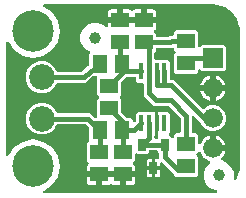
<source format=gbr>
G04 EAGLE Gerber RS-274X export*
G75*
%MOMM*%
%FSLAX34Y34*%
%LPD*%
%INTop Copper*%
%IPPOS*%
%AMOC8*
5,1,8,0,0,1.08239X$1,22.5*%
G01*
%ADD10R,0.400000X1.400000*%
%ADD11R,1.500000X1.300000*%
%ADD12R,1.300000X1.500000*%
%ADD13C,2.184400*%
%ADD14C,1.000000*%
%ADD15R,1.676400X1.676400*%
%ADD16C,1.676400*%
%ADD17R,0.635000X1.016000*%
%ADD18C,3.516000*%
%ADD19C,0.906400*%
%ADD20C,0.406400*%

G36*
X177822Y2543D02*
X177822Y2543D01*
X177900Y2545D01*
X180185Y2724D01*
X180204Y2729D01*
X180224Y2728D01*
X180360Y2761D01*
X180496Y2789D01*
X180514Y2798D01*
X180533Y2802D01*
X180657Y2868D01*
X180782Y2929D01*
X180797Y2942D01*
X180815Y2951D01*
X180918Y3045D01*
X181024Y3135D01*
X181035Y3152D01*
X181050Y3165D01*
X181126Y3281D01*
X181207Y3395D01*
X181214Y3414D01*
X181225Y3431D01*
X181270Y3562D01*
X181319Y3693D01*
X181321Y3713D01*
X181328Y3732D01*
X181339Y3871D01*
X181354Y4009D01*
X181352Y4029D01*
X181353Y4049D01*
X181329Y4187D01*
X181310Y4324D01*
X181302Y4342D01*
X181299Y4362D01*
X181241Y4489D01*
X181188Y4618D01*
X181176Y4634D01*
X181168Y4652D01*
X181081Y4761D01*
X180998Y4872D01*
X180982Y4885D01*
X180970Y4900D01*
X180858Y4984D01*
X180750Y5071D01*
X180731Y5080D01*
X180715Y5092D01*
X180571Y5162D01*
X175776Y7148D01*
X172248Y10676D01*
X170339Y15285D01*
X170339Y20275D01*
X172248Y24884D01*
X175369Y28005D01*
X175430Y28083D01*
X175498Y28155D01*
X175527Y28208D01*
X175564Y28256D01*
X175604Y28347D01*
X175652Y28434D01*
X175667Y28492D01*
X175691Y28548D01*
X175706Y28646D01*
X175731Y28742D01*
X175731Y28802D01*
X175740Y28862D01*
X175731Y28961D01*
X175731Y29060D01*
X175716Y29118D01*
X175711Y29178D01*
X175677Y29272D01*
X175652Y29368D01*
X175623Y29421D01*
X175603Y29478D01*
X175547Y29560D01*
X175499Y29647D01*
X175458Y29691D01*
X175424Y29741D01*
X175350Y29807D01*
X175282Y29879D01*
X175231Y29911D01*
X175186Y29951D01*
X175097Y29996D01*
X175014Y30050D01*
X174921Y30086D01*
X174903Y30096D01*
X174891Y30099D01*
X174864Y30109D01*
X173607Y30517D01*
X172075Y31298D01*
X170684Y32309D01*
X169469Y33524D01*
X168458Y34915D01*
X167678Y36447D01*
X167568Y36785D01*
X167525Y36875D01*
X167492Y36968D01*
X167458Y37018D01*
X167432Y37072D01*
X167369Y37149D01*
X167313Y37231D01*
X167268Y37271D01*
X167230Y37318D01*
X167149Y37376D01*
X167075Y37442D01*
X167021Y37469D01*
X166973Y37505D01*
X166880Y37541D01*
X166792Y37586D01*
X166733Y37600D01*
X166677Y37622D01*
X166578Y37634D01*
X166481Y37656D01*
X166421Y37654D01*
X166361Y37662D01*
X166263Y37649D01*
X166163Y37646D01*
X166106Y37630D01*
X166046Y37622D01*
X165953Y37586D01*
X165858Y37558D01*
X165806Y37527D01*
X165750Y37505D01*
X165670Y37447D01*
X165584Y37396D01*
X165509Y37330D01*
X165493Y37319D01*
X165485Y37309D01*
X165463Y37290D01*
X164191Y36018D01*
X164118Y35923D01*
X164039Y35834D01*
X164021Y35798D01*
X163996Y35766D01*
X163948Y35657D01*
X163894Y35551D01*
X163885Y35512D01*
X163869Y35474D01*
X163851Y35357D01*
X163825Y35241D01*
X163826Y35200D01*
X163820Y35160D01*
X163831Y35042D01*
X163834Y34923D01*
X163846Y34884D01*
X163849Y34844D01*
X163890Y34731D01*
X163923Y34617D01*
X163943Y34583D01*
X163957Y34544D01*
X164024Y34446D01*
X164084Y34343D01*
X164124Y34298D01*
X164136Y34281D01*
X164151Y34268D01*
X164191Y34223D01*
X165241Y33172D01*
X165241Y18068D01*
X163752Y16579D01*
X146648Y16579D01*
X145154Y18073D01*
X145147Y18126D01*
X145144Y18225D01*
X145127Y18284D01*
X145119Y18344D01*
X145083Y18436D01*
X145055Y18531D01*
X145025Y18583D01*
X145002Y18639D01*
X144944Y18719D01*
X144894Y18805D01*
X144828Y18880D01*
X144816Y18897D01*
X144806Y18905D01*
X144788Y18926D01*
X144499Y19214D01*
X144411Y19283D01*
X144327Y19358D01*
X144265Y19396D01*
X144248Y19409D01*
X144231Y19416D01*
X144189Y19442D01*
X143303Y19904D01*
X143166Y20343D01*
X143139Y20403D01*
X143120Y20466D01*
X143073Y20547D01*
X143034Y20632D01*
X142992Y20683D01*
X142959Y20740D01*
X142852Y20861D01*
X135638Y28076D01*
X135323Y28391D01*
X135213Y28476D01*
X135106Y28565D01*
X135087Y28573D01*
X135071Y28586D01*
X134943Y28641D01*
X134818Y28700D01*
X134798Y28704D01*
X134779Y28712D01*
X134642Y28734D01*
X134505Y28760D01*
X134485Y28759D01*
X134465Y28762D01*
X134327Y28749D01*
X134188Y28740D01*
X134169Y28734D01*
X134149Y28732D01*
X134018Y28685D01*
X133886Y28642D01*
X133868Y28631D01*
X133849Y28624D01*
X133734Y28546D01*
X133617Y28472D01*
X133603Y28457D01*
X133586Y28446D01*
X133494Y28342D01*
X133399Y28240D01*
X133389Y28223D01*
X133376Y28207D01*
X133313Y28084D01*
X133245Y27962D01*
X133240Y27942D01*
X133231Y27924D01*
X133201Y27789D01*
X133166Y27654D01*
X133164Y27626D01*
X133161Y27614D01*
X133162Y27593D01*
X133156Y27493D01*
X133156Y25347D01*
X129027Y25347D01*
X129027Y31381D01*
X130949Y31381D01*
X130989Y31370D01*
X131114Y31353D01*
X131238Y31329D01*
X131271Y31331D01*
X131304Y31327D01*
X131430Y31341D01*
X131555Y31349D01*
X131587Y31359D01*
X131620Y31363D01*
X131738Y31408D01*
X131857Y31447D01*
X131886Y31465D01*
X131917Y31477D01*
X132020Y31550D01*
X132126Y31617D01*
X132149Y31642D01*
X132177Y31661D01*
X132258Y31757D01*
X132344Y31849D01*
X132360Y31878D01*
X132382Y31904D01*
X132437Y32017D01*
X132498Y32127D01*
X132506Y32160D01*
X132521Y32190D01*
X132546Y32313D01*
X132577Y32435D01*
X132580Y32484D01*
X132584Y32502D01*
X132583Y32523D01*
X132587Y32596D01*
X132587Y35739D01*
X132575Y35837D01*
X132572Y35936D01*
X132555Y35994D01*
X132547Y36054D01*
X132511Y36146D01*
X132483Y36242D01*
X132453Y36294D01*
X132430Y36350D01*
X132372Y36430D01*
X132322Y36516D01*
X132256Y36591D01*
X132244Y36607D01*
X132234Y36615D01*
X132216Y36636D01*
X131224Y37628D01*
X131224Y37918D01*
X131209Y38036D01*
X131202Y38155D01*
X131189Y38193D01*
X131184Y38234D01*
X131141Y38344D01*
X131104Y38457D01*
X131082Y38492D01*
X131067Y38529D01*
X130998Y38625D01*
X130934Y38726D01*
X130904Y38754D01*
X130881Y38787D01*
X130789Y38863D01*
X130702Y38944D01*
X130667Y38964D01*
X130636Y38989D01*
X130528Y39040D01*
X130424Y39098D01*
X130384Y39108D01*
X130348Y39125D01*
X130231Y39147D01*
X130116Y39177D01*
X130056Y39181D01*
X130036Y39185D01*
X130015Y39183D01*
X129955Y39187D01*
X124925Y39187D01*
X124807Y39172D01*
X124688Y39165D01*
X124650Y39152D01*
X124609Y39147D01*
X124499Y39104D01*
X124386Y39067D01*
X124351Y39045D01*
X124314Y39030D01*
X124218Y38961D01*
X124117Y38897D01*
X124089Y38867D01*
X124056Y38844D01*
X123980Y38752D01*
X123899Y38665D01*
X123879Y38630D01*
X123854Y38599D01*
X123803Y38491D01*
X123745Y38387D01*
X123735Y38347D01*
X123718Y38311D01*
X123696Y38194D01*
X123666Y38079D01*
X123662Y38019D01*
X123658Y37999D01*
X123660Y37978D01*
X123656Y37918D01*
X123656Y37628D01*
X122167Y36139D01*
X113686Y36139D01*
X113591Y36218D01*
X113572Y36227D01*
X113556Y36239D01*
X113428Y36295D01*
X113303Y36354D01*
X113283Y36358D01*
X113264Y36366D01*
X113127Y36387D01*
X112990Y36414D01*
X112970Y36412D01*
X112950Y36415D01*
X112812Y36402D01*
X112673Y36394D01*
X112654Y36388D01*
X112634Y36386D01*
X112503Y36339D01*
X112371Y36296D01*
X112353Y36285D01*
X112334Y36278D01*
X112219Y36200D01*
X112102Y36126D01*
X112088Y36111D01*
X112071Y36100D01*
X111979Y35996D01*
X111884Y35894D01*
X111874Y35876D01*
X111861Y35861D01*
X111798Y35738D01*
X111730Y35616D01*
X111725Y35596D01*
X111716Y35578D01*
X111686Y35442D01*
X111651Y35308D01*
X111649Y35280D01*
X111646Y35268D01*
X111647Y35247D01*
X111641Y35147D01*
X111641Y29888D01*
X110591Y28837D01*
X110518Y28743D01*
X110439Y28654D01*
X110420Y28618D01*
X110396Y28586D01*
X110348Y28477D01*
X110294Y28371D01*
X110285Y28332D01*
X110269Y28294D01*
X110251Y28177D01*
X110225Y28061D01*
X110226Y28020D01*
X110219Y27980D01*
X110231Y27862D01*
X110234Y27743D01*
X110246Y27704D01*
X110249Y27664D01*
X110290Y27552D01*
X110323Y27437D01*
X110343Y27402D01*
X110357Y27364D01*
X110424Y27266D01*
X110484Y27163D01*
X110522Y27121D01*
X110524Y27118D01*
X110526Y27116D01*
X110535Y27101D01*
X110551Y27088D01*
X110591Y27042D01*
X111133Y26500D01*
X111468Y25921D01*
X111641Y25274D01*
X111641Y20979D01*
X102870Y20979D01*
X102752Y20964D01*
X102633Y20957D01*
X102595Y20944D01*
X102555Y20939D01*
X102444Y20895D01*
X102331Y20859D01*
X102296Y20837D01*
X102259Y20822D01*
X102163Y20752D01*
X102062Y20689D01*
X102034Y20659D01*
X102002Y20635D01*
X101926Y20544D01*
X101844Y20457D01*
X101825Y20422D01*
X101799Y20390D01*
X101748Y20283D01*
X101691Y20179D01*
X101680Y20139D01*
X101663Y20103D01*
X101641Y19986D01*
X101611Y19871D01*
X101607Y19810D01*
X101603Y19790D01*
X101605Y19770D01*
X101601Y19710D01*
X101601Y18439D01*
X101599Y18439D01*
X101599Y19710D01*
X101584Y19828D01*
X101577Y19947D01*
X101564Y19985D01*
X101559Y20025D01*
X101515Y20136D01*
X101479Y20249D01*
X101457Y20284D01*
X101442Y20321D01*
X101372Y20417D01*
X101309Y20518D01*
X101279Y20546D01*
X101255Y20578D01*
X101164Y20654D01*
X101077Y20736D01*
X101042Y20755D01*
X101010Y20781D01*
X100903Y20832D01*
X100799Y20889D01*
X100759Y20900D01*
X100723Y20917D01*
X100606Y20939D01*
X100491Y20969D01*
X100430Y20973D01*
X100410Y20977D01*
X100390Y20975D01*
X100330Y20979D01*
X82550Y20979D01*
X82432Y20964D01*
X82313Y20957D01*
X82275Y20944D01*
X82235Y20939D01*
X82124Y20895D01*
X82011Y20859D01*
X81976Y20837D01*
X81939Y20822D01*
X81843Y20752D01*
X81742Y20689D01*
X81714Y20659D01*
X81682Y20635D01*
X81606Y20544D01*
X81524Y20457D01*
X81505Y20422D01*
X81479Y20390D01*
X81428Y20283D01*
X81371Y20179D01*
X81360Y20139D01*
X81343Y20103D01*
X81321Y19986D01*
X81291Y19871D01*
X81287Y19810D01*
X81283Y19790D01*
X81285Y19770D01*
X81281Y19710D01*
X81281Y18439D01*
X81279Y18439D01*
X81279Y19710D01*
X81264Y19828D01*
X81257Y19947D01*
X81244Y19985D01*
X81239Y20025D01*
X81195Y20136D01*
X81159Y20249D01*
X81137Y20284D01*
X81122Y20321D01*
X81052Y20417D01*
X80989Y20518D01*
X80959Y20546D01*
X80935Y20578D01*
X80844Y20654D01*
X80757Y20736D01*
X80722Y20755D01*
X80690Y20781D01*
X80583Y20832D01*
X80479Y20889D01*
X80439Y20900D01*
X80403Y20917D01*
X80286Y20939D01*
X80171Y20969D01*
X80110Y20973D01*
X80090Y20977D01*
X80070Y20975D01*
X80010Y20979D01*
X71239Y20979D01*
X71239Y25274D01*
X71412Y25921D01*
X71747Y26500D01*
X72289Y27042D01*
X72362Y27137D01*
X72441Y27226D01*
X72460Y27262D01*
X72484Y27294D01*
X72532Y27403D01*
X72586Y27509D01*
X72595Y27548D01*
X72611Y27586D01*
X72629Y27704D01*
X72655Y27819D01*
X72654Y27860D01*
X72661Y27900D01*
X72649Y28018D01*
X72646Y28137D01*
X72634Y28176D01*
X72631Y28216D01*
X72590Y28328D01*
X72557Y28443D01*
X72537Y28478D01*
X72523Y28516D01*
X72456Y28614D01*
X72396Y28717D01*
X72356Y28762D01*
X72345Y28779D01*
X72329Y28792D01*
X72289Y28837D01*
X71239Y29888D01*
X71239Y44992D01*
X72528Y46281D01*
X72588Y46359D01*
X72656Y46431D01*
X72685Y46484D01*
X72722Y46532D01*
X72762Y46623D01*
X72810Y46710D01*
X72825Y46768D01*
X72849Y46824D01*
X72864Y46922D01*
X72889Y47017D01*
X72895Y47117D01*
X72899Y47138D01*
X72897Y47150D01*
X72899Y47178D01*
X72899Y57928D01*
X72887Y58026D01*
X72884Y58125D01*
X72867Y58184D01*
X72859Y58244D01*
X72823Y58336D01*
X72795Y58431D01*
X72765Y58483D01*
X72742Y58539D01*
X72684Y58620D01*
X72634Y58705D01*
X72568Y58780D01*
X72556Y58797D01*
X72546Y58805D01*
X72528Y58826D01*
X70478Y60876D01*
X70399Y60936D01*
X70327Y61004D01*
X70274Y61033D01*
X70226Y61070D01*
X70135Y61110D01*
X70049Y61158D01*
X69990Y61173D01*
X69935Y61197D01*
X69837Y61212D01*
X69741Y61237D01*
X69641Y61243D01*
X69620Y61247D01*
X69608Y61245D01*
X69580Y61247D01*
X46546Y61247D01*
X46517Y61244D01*
X46487Y61246D01*
X46359Y61224D01*
X46230Y61207D01*
X46203Y61197D01*
X46174Y61192D01*
X46055Y61138D01*
X45935Y61090D01*
X45911Y61073D01*
X45884Y61061D01*
X45783Y60980D01*
X45677Y60904D01*
X45659Y60881D01*
X45635Y60862D01*
X45557Y60759D01*
X45475Y60659D01*
X45462Y60632D01*
X45444Y60608D01*
X45373Y60464D01*
X44433Y58194D01*
X40646Y54407D01*
X35698Y52357D01*
X30342Y52357D01*
X25394Y54407D01*
X21607Y58194D01*
X19557Y63142D01*
X19557Y68498D01*
X21607Y73446D01*
X25394Y77233D01*
X30342Y79283D01*
X35698Y79283D01*
X40646Y77233D01*
X44433Y73446D01*
X45373Y71176D01*
X45388Y71151D01*
X45397Y71123D01*
X45467Y71013D01*
X45531Y70900D01*
X45551Y70879D01*
X45567Y70854D01*
X45662Y70765D01*
X45752Y70672D01*
X45777Y70656D01*
X45799Y70636D01*
X45912Y70573D01*
X46023Y70505D01*
X46051Y70497D01*
X46077Y70482D01*
X46203Y70450D01*
X46327Y70412D01*
X46357Y70410D01*
X46385Y70403D01*
X46546Y70393D01*
X73894Y70393D01*
X77963Y66324D01*
X78059Y66249D01*
X78062Y66246D01*
X78064Y66245D01*
X78072Y66239D01*
X78179Y66150D01*
X78198Y66142D01*
X78214Y66129D01*
X78342Y66074D01*
X78467Y66015D01*
X78487Y66011D01*
X78506Y66003D01*
X78644Y65981D01*
X78780Y65955D01*
X78800Y65956D01*
X78820Y65953D01*
X78959Y65966D01*
X79097Y65975D01*
X79116Y65981D01*
X79136Y65983D01*
X79268Y66030D01*
X79399Y66073D01*
X79417Y66084D01*
X79436Y66091D01*
X79551Y66169D01*
X79668Y66243D01*
X79682Y66258D01*
X79699Y66269D01*
X79791Y66373D01*
X79886Y66475D01*
X79896Y66492D01*
X79909Y66508D01*
X79973Y66632D01*
X80040Y66753D01*
X80045Y66773D01*
X80054Y66791D01*
X80084Y66927D01*
X80119Y67061D01*
X80121Y67089D01*
X80124Y67101D01*
X80123Y67122D01*
X80129Y67222D01*
X80129Y81872D01*
X81179Y82923D01*
X81252Y83017D01*
X81331Y83106D01*
X81349Y83142D01*
X81374Y83174D01*
X81422Y83283D01*
X81476Y83389D01*
X81485Y83428D01*
X81501Y83466D01*
X81519Y83583D01*
X81545Y83699D01*
X81544Y83740D01*
X81550Y83780D01*
X81539Y83898D01*
X81536Y84017D01*
X81524Y84056D01*
X81521Y84096D01*
X81480Y84208D01*
X81447Y84323D01*
X81427Y84358D01*
X81413Y84396D01*
X81346Y84494D01*
X81286Y84597D01*
X81246Y84642D01*
X81234Y84659D01*
X81219Y84672D01*
X81179Y84718D01*
X80129Y85768D01*
X80129Y100450D01*
X80114Y100568D01*
X80107Y100687D01*
X80094Y100725D01*
X80089Y100766D01*
X80046Y100876D01*
X80009Y100989D01*
X79987Y101024D01*
X79972Y101061D01*
X79903Y101157D01*
X79839Y101258D01*
X79809Y101286D01*
X79786Y101319D01*
X79694Y101395D01*
X79607Y101476D01*
X79572Y101496D01*
X79541Y101521D01*
X79433Y101572D01*
X79329Y101630D01*
X79289Y101640D01*
X79253Y101657D01*
X79136Y101679D01*
X79021Y101709D01*
X78961Y101713D01*
X78941Y101717D01*
X78920Y101715D01*
X78860Y101719D01*
X77275Y101719D01*
X77242Y101715D01*
X77208Y101718D01*
X77084Y101695D01*
X76959Y101679D01*
X76928Y101667D01*
X76895Y101661D01*
X76781Y101609D01*
X76664Y101562D01*
X76637Y101543D01*
X76606Y101529D01*
X76475Y101436D01*
X71577Y97460D01*
X71564Y97447D01*
X71508Y97397D01*
X71498Y97391D01*
X71494Y97386D01*
X71479Y97372D01*
X70328Y96222D01*
X70217Y96207D01*
X70186Y96195D01*
X70153Y96189D01*
X70038Y96137D01*
X69921Y96090D01*
X69897Y96073D01*
X68288Y96240D01*
X68270Y96240D01*
X68157Y96247D01*
X46546Y96247D01*
X46517Y96244D01*
X46487Y96246D01*
X46359Y96224D01*
X46230Y96207D01*
X46203Y96197D01*
X46174Y96192D01*
X46055Y96138D01*
X45935Y96090D01*
X45911Y96073D01*
X45884Y96061D01*
X45783Y95980D01*
X45677Y95904D01*
X45659Y95881D01*
X45635Y95862D01*
X45557Y95759D01*
X45475Y95659D01*
X45462Y95632D01*
X45444Y95608D01*
X45373Y95464D01*
X44433Y93194D01*
X40646Y89407D01*
X35698Y87357D01*
X30342Y87357D01*
X25394Y89407D01*
X21607Y93194D01*
X19557Y98142D01*
X19557Y103498D01*
X21607Y108446D01*
X25394Y112233D01*
X30342Y114283D01*
X35698Y114283D01*
X40646Y112233D01*
X44433Y108446D01*
X45373Y106176D01*
X45388Y106151D01*
X45397Y106123D01*
X45467Y106013D01*
X45531Y105900D01*
X45551Y105879D01*
X45567Y105854D01*
X45662Y105765D01*
X45752Y105672D01*
X45777Y105656D01*
X45799Y105636D01*
X45912Y105573D01*
X46023Y105505D01*
X46051Y105497D01*
X46077Y105482D01*
X46203Y105450D01*
X46327Y105412D01*
X46357Y105410D01*
X46385Y105403D01*
X46546Y105393D01*
X66388Y105393D01*
X66421Y105397D01*
X66454Y105394D01*
X66578Y105417D01*
X66703Y105433D01*
X66734Y105445D01*
X66767Y105451D01*
X66882Y105503D01*
X66999Y105550D01*
X67026Y105569D01*
X67056Y105583D01*
X67188Y105676D01*
X72430Y109931D01*
X72434Y109935D01*
X72438Y109938D01*
X72543Y110049D01*
X72650Y110161D01*
X72652Y110165D01*
X72656Y110169D01*
X72731Y110304D01*
X72806Y110438D01*
X72807Y110443D01*
X72810Y110448D01*
X72848Y110597D01*
X72888Y110745D01*
X72888Y110751D01*
X72889Y110756D01*
X72899Y110917D01*
X72899Y120312D01*
X73407Y120820D01*
X73437Y120859D01*
X73474Y120893D01*
X73535Y120985D01*
X73602Y121071D01*
X73622Y121117D01*
X73649Y121158D01*
X73685Y121262D01*
X73728Y121363D01*
X73736Y121412D01*
X73752Y121459D01*
X73761Y121569D01*
X73778Y121677D01*
X73773Y121727D01*
X73777Y121776D01*
X73759Y121885D01*
X73748Y121994D01*
X73731Y122041D01*
X73723Y122090D01*
X73678Y122190D01*
X73641Y122293D01*
X73613Y122334D01*
X73592Y122380D01*
X73524Y122465D01*
X73462Y122556D01*
X73425Y122589D01*
X73394Y122628D01*
X73306Y122694D01*
X73224Y122767D01*
X73179Y122789D01*
X73140Y122819D01*
X72995Y122890D01*
X71116Y123668D01*
X67588Y127196D01*
X65679Y131805D01*
X65679Y136795D01*
X67588Y141404D01*
X71116Y144932D01*
X75725Y146841D01*
X80715Y146841D01*
X85324Y144932D01*
X86853Y143403D01*
X86962Y143317D01*
X87069Y143229D01*
X87088Y143220D01*
X87104Y143208D01*
X87232Y143152D01*
X87357Y143093D01*
X87377Y143090D01*
X87396Y143081D01*
X87534Y143060D01*
X87670Y143034D01*
X87690Y143035D01*
X87710Y143032D01*
X87849Y143045D01*
X87987Y143053D01*
X88006Y143060D01*
X88026Y143061D01*
X88158Y143109D01*
X88289Y143151D01*
X88307Y143162D01*
X88326Y143169D01*
X88441Y143247D01*
X88558Y143321D01*
X88572Y143336D01*
X88589Y143348D01*
X88681Y143452D01*
X88776Y143553D01*
X88786Y143571D01*
X88799Y143586D01*
X88863Y143710D01*
X88930Y143832D01*
X88935Y143851D01*
X88944Y143869D01*
X88974Y144005D01*
X89009Y144140D01*
X89011Y144168D01*
X89014Y144180D01*
X89013Y144200D01*
X89019Y144300D01*
X89019Y146661D01*
X97790Y146661D01*
X97908Y146676D01*
X98027Y146683D01*
X98065Y146696D01*
X98105Y146701D01*
X98216Y146744D01*
X98329Y146781D01*
X98364Y146803D01*
X98401Y146818D01*
X98497Y146888D01*
X98598Y146951D01*
X98626Y146981D01*
X98658Y147005D01*
X98734Y147096D01*
X98816Y147183D01*
X98835Y147218D01*
X98861Y147249D01*
X98912Y147357D01*
X98969Y147461D01*
X98980Y147501D01*
X98997Y147537D01*
X99019Y147654D01*
X99049Y147769D01*
X99053Y147830D01*
X99057Y147850D01*
X99055Y147870D01*
X99059Y147930D01*
X99059Y149201D01*
X99061Y149201D01*
X99061Y147930D01*
X99076Y147812D01*
X99083Y147693D01*
X99096Y147655D01*
X99101Y147615D01*
X99145Y147504D01*
X99181Y147391D01*
X99203Y147356D01*
X99218Y147319D01*
X99288Y147223D01*
X99351Y147122D01*
X99381Y147094D01*
X99405Y147061D01*
X99496Y146986D01*
X99583Y146904D01*
X99618Y146884D01*
X99650Y146859D01*
X99757Y146808D01*
X99861Y146750D01*
X99901Y146740D01*
X99937Y146723D01*
X100054Y146701D01*
X100169Y146671D01*
X100230Y146667D01*
X100250Y146663D01*
X100270Y146665D01*
X100330Y146661D01*
X118110Y146661D01*
X118228Y146676D01*
X118347Y146683D01*
X118385Y146696D01*
X118425Y146701D01*
X118536Y146744D01*
X118649Y146781D01*
X118684Y146803D01*
X118721Y146818D01*
X118817Y146888D01*
X118918Y146951D01*
X118946Y146981D01*
X118978Y147005D01*
X119054Y147096D01*
X119136Y147183D01*
X119155Y147218D01*
X119181Y147249D01*
X119232Y147357D01*
X119289Y147461D01*
X119300Y147501D01*
X119317Y147537D01*
X119339Y147654D01*
X119369Y147769D01*
X119373Y147830D01*
X119377Y147850D01*
X119375Y147870D01*
X119379Y147930D01*
X119379Y149201D01*
X119381Y149201D01*
X119381Y147930D01*
X119396Y147812D01*
X119403Y147693D01*
X119416Y147655D01*
X119421Y147615D01*
X119465Y147504D01*
X119501Y147391D01*
X119523Y147356D01*
X119538Y147319D01*
X119608Y147223D01*
X119671Y147122D01*
X119701Y147094D01*
X119725Y147061D01*
X119816Y146986D01*
X119903Y146904D01*
X119938Y146884D01*
X119970Y146859D01*
X120077Y146808D01*
X120181Y146750D01*
X120221Y146740D01*
X120257Y146723D01*
X120374Y146701D01*
X120489Y146671D01*
X120550Y146667D01*
X120570Y146663D01*
X120590Y146665D01*
X120650Y146661D01*
X129421Y146661D01*
X129421Y142366D01*
X129248Y141719D01*
X128913Y141140D01*
X128371Y140598D01*
X128298Y140503D01*
X128219Y140414D01*
X128200Y140378D01*
X128176Y140346D01*
X128128Y140237D01*
X128074Y140131D01*
X128065Y140092D01*
X128049Y140054D01*
X128031Y139936D01*
X128005Y139821D01*
X128006Y139780D01*
X127999Y139740D01*
X128011Y139622D01*
X128014Y139503D01*
X128026Y139464D01*
X128029Y139424D01*
X128070Y139312D01*
X128103Y139197D01*
X128123Y139162D01*
X128137Y139124D01*
X128204Y139026D01*
X128264Y138923D01*
X128304Y138878D01*
X128315Y138861D01*
X128331Y138848D01*
X128371Y138803D01*
X129421Y137752D01*
X129421Y136042D01*
X129436Y135924D01*
X129443Y135805D01*
X129456Y135767D01*
X129461Y135726D01*
X129504Y135616D01*
X129541Y135503D01*
X129563Y135468D01*
X129578Y135431D01*
X129647Y135335D01*
X129711Y135234D01*
X129741Y135206D01*
X129764Y135173D01*
X129856Y135097D01*
X129943Y135016D01*
X129978Y134996D01*
X130009Y134971D01*
X130117Y134920D01*
X130221Y134862D01*
X130261Y134852D01*
X130297Y134835D01*
X130414Y134813D01*
X130529Y134783D01*
X130589Y134779D01*
X130609Y134775D01*
X130630Y134777D01*
X130690Y134773D01*
X139160Y134773D01*
X139258Y134785D01*
X139357Y134788D01*
X139416Y134805D01*
X139476Y134813D01*
X139568Y134849D01*
X139663Y134877D01*
X139715Y134907D01*
X139771Y134930D01*
X139851Y134988D01*
X139937Y135038D01*
X140012Y135104D01*
X140029Y135116D01*
X140037Y135126D01*
X140058Y135144D01*
X140906Y135993D01*
X143630Y135993D01*
X143748Y136008D01*
X143867Y136015D01*
X143905Y136028D01*
X143946Y136033D01*
X144056Y136076D01*
X144169Y136113D01*
X144204Y136135D01*
X144241Y136150D01*
X144337Y136219D01*
X144438Y136283D01*
X144466Y136313D01*
X144499Y136336D01*
X144575Y136428D01*
X144656Y136515D01*
X144676Y136550D01*
X144701Y136581D01*
X144752Y136689D01*
X144810Y136793D01*
X144820Y136833D01*
X144837Y136869D01*
X144859Y136986D01*
X144889Y137101D01*
X144893Y137161D01*
X144897Y137181D01*
X144895Y137202D01*
X144899Y137262D01*
X144899Y138972D01*
X146388Y140461D01*
X163492Y140461D01*
X164981Y138972D01*
X164981Y127442D01*
X164998Y127304D01*
X165011Y127166D01*
X165018Y127147D01*
X165021Y127127D01*
X165072Y126997D01*
X165119Y126866D01*
X165130Y126850D01*
X165138Y126831D01*
X165219Y126718D01*
X165297Y126603D01*
X165313Y126590D01*
X165324Y126574D01*
X165432Y126485D01*
X165536Y126393D01*
X165554Y126384D01*
X165569Y126371D01*
X165695Y126311D01*
X165819Y126248D01*
X165839Y126244D01*
X165857Y126235D01*
X165994Y126209D01*
X166129Y126179D01*
X166150Y126179D01*
X166169Y126175D01*
X166308Y126184D01*
X166447Y126188D01*
X166467Y126194D01*
X166487Y126195D01*
X166619Y126238D01*
X166753Y126277D01*
X166770Y126287D01*
X166789Y126293D01*
X166907Y126368D01*
X167027Y126438D01*
X167048Y126457D01*
X167058Y126463D01*
X167072Y126478D01*
X167147Y126545D01*
X168366Y127763D01*
X187234Y127763D01*
X188723Y126274D01*
X188723Y107406D01*
X187234Y105917D01*
X168366Y105917D01*
X167147Y107135D01*
X167038Y107221D01*
X166931Y107309D01*
X166912Y107318D01*
X166896Y107330D01*
X166768Y107386D01*
X166643Y107445D01*
X166623Y107449D01*
X166604Y107457D01*
X166466Y107479D01*
X166330Y107505D01*
X166310Y107503D01*
X166290Y107507D01*
X166151Y107493D01*
X166013Y107485D01*
X165994Y107479D01*
X165974Y107477D01*
X165842Y107430D01*
X165711Y107387D01*
X165693Y107376D01*
X165674Y107369D01*
X165559Y107291D01*
X165442Y107217D01*
X165428Y107202D01*
X165411Y107191D01*
X165319Y107086D01*
X165224Y106985D01*
X165214Y106967D01*
X165201Y106952D01*
X165137Y106828D01*
X165070Y106707D01*
X165065Y106687D01*
X165056Y106669D01*
X165026Y106533D01*
X164991Y106399D01*
X164989Y106371D01*
X164986Y106359D01*
X164987Y106338D01*
X164981Y106238D01*
X164981Y104868D01*
X163492Y103379D01*
X146388Y103379D01*
X144899Y104868D01*
X144899Y119972D01*
X145949Y121023D01*
X146022Y121117D01*
X146101Y121206D01*
X146119Y121242D01*
X146144Y121274D01*
X146192Y121383D01*
X146246Y121489D01*
X146255Y121528D01*
X146271Y121566D01*
X146289Y121683D01*
X146315Y121799D01*
X146314Y121840D01*
X146320Y121880D01*
X146309Y121998D01*
X146306Y122117D01*
X146294Y122156D01*
X146291Y122196D01*
X146250Y122308D01*
X146217Y122423D01*
X146197Y122458D01*
X146183Y122496D01*
X146116Y122594D01*
X146056Y122697D01*
X146016Y122742D01*
X146004Y122759D01*
X145989Y122772D01*
X145949Y122818D01*
X144899Y123868D01*
X144899Y124358D01*
X144884Y124476D01*
X144877Y124595D01*
X144864Y124633D01*
X144859Y124674D01*
X144816Y124784D01*
X144779Y124897D01*
X144757Y124932D01*
X144742Y124969D01*
X144673Y125065D01*
X144609Y125166D01*
X144579Y125194D01*
X144556Y125227D01*
X144464Y125303D01*
X144377Y125384D01*
X144342Y125404D01*
X144311Y125429D01*
X144203Y125480D01*
X144099Y125538D01*
X144059Y125548D01*
X144023Y125565D01*
X143906Y125587D01*
X143791Y125617D01*
X143731Y125621D01*
X143711Y125625D01*
X143690Y125623D01*
X143630Y125627D01*
X130690Y125627D01*
X130572Y125612D01*
X130453Y125605D01*
X130415Y125592D01*
X130374Y125587D01*
X130264Y125544D01*
X130151Y125507D01*
X130116Y125485D01*
X130079Y125470D01*
X129983Y125401D01*
X129882Y125337D01*
X129854Y125307D01*
X129821Y125284D01*
X129745Y125192D01*
X129664Y125105D01*
X129644Y125070D01*
X129619Y125039D01*
X129568Y124931D01*
X129510Y124827D01*
X129500Y124787D01*
X129483Y124751D01*
X129461Y124634D01*
X129431Y124519D01*
X129427Y124459D01*
X129423Y124439D01*
X129425Y124418D01*
X129421Y124358D01*
X129421Y122648D01*
X128694Y121921D01*
X128634Y121843D01*
X128566Y121771D01*
X128537Y121718D01*
X128500Y121670D01*
X128460Y121579D01*
X128412Y121492D01*
X128397Y121434D01*
X128373Y121378D01*
X128358Y121280D01*
X128333Y121185D01*
X128327Y121084D01*
X128323Y121064D01*
X128325Y121052D01*
X128323Y121024D01*
X128323Y116630D01*
X128338Y116512D01*
X128345Y116393D01*
X128358Y116355D01*
X128363Y116314D01*
X128406Y116204D01*
X128443Y116091D01*
X128465Y116056D01*
X128480Y116019D01*
X128549Y115923D01*
X128613Y115822D01*
X128643Y115794D01*
X128666Y115761D01*
X128758Y115685D01*
X128845Y115604D01*
X128880Y115584D01*
X128911Y115559D01*
X129019Y115508D01*
X129123Y115450D01*
X129163Y115440D01*
X129199Y115423D01*
X129316Y115401D01*
X129431Y115371D01*
X129491Y115367D01*
X129511Y115363D01*
X129532Y115365D01*
X129592Y115361D01*
X139802Y115361D01*
X141291Y113872D01*
X141291Y108272D01*
X141303Y108174D01*
X141306Y108075D01*
X141323Y108017D01*
X141323Y99822D01*
X141338Y99704D01*
X141345Y99585D01*
X141358Y99547D01*
X141363Y99506D01*
X141406Y99396D01*
X141443Y99283D01*
X141465Y99248D01*
X141480Y99211D01*
X141549Y99115D01*
X141613Y99014D01*
X141643Y98986D01*
X141666Y98953D01*
X141758Y98877D01*
X141845Y98796D01*
X141880Y98776D01*
X141911Y98751D01*
X142019Y98700D01*
X142123Y98642D01*
X142163Y98632D01*
X142199Y98615D01*
X142316Y98593D01*
X142431Y98563D01*
X142491Y98559D01*
X142511Y98555D01*
X142532Y98557D01*
X142592Y98553D01*
X144134Y98553D01*
X147184Y95502D01*
X168602Y74084D01*
X168697Y74011D01*
X168786Y73933D01*
X168822Y73914D01*
X168854Y73889D01*
X168963Y73842D01*
X169069Y73788D01*
X169108Y73779D01*
X169145Y73763D01*
X169263Y73744D01*
X169379Y73718D01*
X169420Y73720D01*
X169460Y73713D01*
X169578Y73724D01*
X169697Y73728D01*
X169736Y73739D01*
X169776Y73743D01*
X169888Y73783D01*
X170003Y73816D01*
X170037Y73837D01*
X170075Y73851D01*
X170174Y73918D01*
X170277Y73978D01*
X170322Y74018D01*
X170339Y74029D01*
X170352Y74045D01*
X170397Y74084D01*
X171613Y75300D01*
X175627Y76963D01*
X179973Y76963D01*
X183987Y75300D01*
X187060Y72227D01*
X188723Y68213D01*
X188723Y63867D01*
X187060Y59853D01*
X183987Y56780D01*
X179973Y55117D01*
X175627Y55117D01*
X171613Y56780D01*
X168540Y59853D01*
X167675Y61942D01*
X167670Y61950D01*
X167668Y61959D01*
X167592Y62088D01*
X167517Y62218D01*
X167511Y62225D01*
X167506Y62233D01*
X167400Y62353D01*
X161939Y67814D01*
X161830Y67899D01*
X161723Y67988D01*
X161704Y67996D01*
X161688Y68009D01*
X161560Y68064D01*
X161435Y68123D01*
X161415Y68127D01*
X161396Y68135D01*
X161258Y68157D01*
X161122Y68183D01*
X161102Y68182D01*
X161082Y68185D01*
X160943Y68172D01*
X160805Y68163D01*
X160786Y68157D01*
X160766Y68155D01*
X160634Y68108D01*
X160503Y68065D01*
X160485Y68054D01*
X160466Y68047D01*
X160351Y67969D01*
X160234Y67895D01*
X160220Y67880D01*
X160203Y67869D01*
X160111Y67765D01*
X160016Y67663D01*
X160006Y67646D01*
X159993Y67630D01*
X159929Y67507D01*
X159862Y67385D01*
X159857Y67365D01*
X159848Y67347D01*
X159818Y67211D01*
X159783Y67077D01*
X159781Y67049D01*
X159778Y67037D01*
X159779Y67016D01*
X159773Y66916D01*
X159773Y54930D01*
X159788Y54812D01*
X159795Y54693D01*
X159808Y54655D01*
X159813Y54614D01*
X159856Y54504D01*
X159893Y54391D01*
X159915Y54356D01*
X159930Y54319D01*
X159999Y54223D01*
X160063Y54122D01*
X160093Y54094D01*
X160116Y54061D01*
X160208Y53985D01*
X160295Y53904D01*
X160330Y53884D01*
X160361Y53859D01*
X160469Y53808D01*
X160573Y53750D01*
X160613Y53740D01*
X160649Y53723D01*
X160766Y53701D01*
X160881Y53671D01*
X160941Y53667D01*
X160961Y53663D01*
X160982Y53665D01*
X161042Y53661D01*
X163752Y53661D01*
X165241Y52172D01*
X165241Y45337D01*
X165243Y45317D01*
X165241Y45298D01*
X165263Y45160D01*
X165281Y45022D01*
X165288Y45003D01*
X165291Y44983D01*
X165346Y44855D01*
X165398Y44726D01*
X165409Y44710D01*
X165417Y44692D01*
X165503Y44581D01*
X165584Y44469D01*
X165600Y44456D01*
X165612Y44440D01*
X165722Y44355D01*
X165829Y44266D01*
X165847Y44257D01*
X165863Y44245D01*
X165991Y44190D01*
X166117Y44130D01*
X166137Y44127D01*
X166155Y44119D01*
X166293Y44097D01*
X166429Y44071D01*
X166449Y44072D01*
X166469Y44069D01*
X166608Y44082D01*
X166747Y44090D01*
X166766Y44096D01*
X166786Y44098D01*
X166917Y44145D01*
X167049Y44188D01*
X167066Y44199D01*
X167085Y44206D01*
X167200Y44284D01*
X167318Y44358D01*
X167332Y44373D01*
X167348Y44384D01*
X167441Y44489D01*
X167536Y44590D01*
X167546Y44608D01*
X167559Y44622D01*
X167641Y44761D01*
X168458Y46365D01*
X169469Y47756D01*
X170684Y48971D01*
X172075Y49982D01*
X173607Y50763D01*
X175242Y51294D01*
X175301Y51303D01*
X175301Y41870D01*
X175316Y41752D01*
X175323Y41633D01*
X175335Y41595D01*
X175341Y41555D01*
X175384Y41444D01*
X175421Y41331D01*
X175443Y41297D01*
X175458Y41259D01*
X175527Y41163D01*
X175591Y41062D01*
X175621Y41034D01*
X175644Y41002D01*
X175736Y40926D01*
X175823Y40844D01*
X175858Y40825D01*
X175889Y40799D01*
X175997Y40748D01*
X176101Y40691D01*
X176141Y40681D01*
X176177Y40663D01*
X176294Y40641D01*
X176409Y40611D01*
X176469Y40607D01*
X176489Y40604D01*
X176510Y40605D01*
X176570Y40601D01*
X177761Y40601D01*
X177761Y39410D01*
X177776Y39292D01*
X177783Y39173D01*
X177796Y39135D01*
X177801Y39094D01*
X177845Y38984D01*
X177881Y38871D01*
X177903Y38836D01*
X177918Y38799D01*
X177988Y38702D01*
X178051Y38602D01*
X178081Y38574D01*
X178105Y38541D01*
X178196Y38465D01*
X178283Y38384D01*
X178318Y38364D01*
X178350Y38339D01*
X178457Y38288D01*
X178562Y38230D01*
X178601Y38220D01*
X178637Y38203D01*
X178754Y38181D01*
X178870Y38151D01*
X178930Y38147D01*
X178950Y38143D01*
X178970Y38145D01*
X179030Y38141D01*
X188463Y38141D01*
X188454Y38082D01*
X187923Y36447D01*
X187142Y34915D01*
X186131Y33524D01*
X184988Y32381D01*
X184957Y32341D01*
X184920Y32308D01*
X184860Y32216D01*
X184793Y32129D01*
X184773Y32084D01*
X184746Y32042D01*
X184710Y31938D01*
X184666Y31837D01*
X184659Y31788D01*
X184642Y31741D01*
X184634Y31632D01*
X184616Y31523D01*
X184621Y31474D01*
X184617Y31424D01*
X184636Y31316D01*
X184646Y31207D01*
X184663Y31160D01*
X184672Y31111D01*
X184717Y31011D01*
X184754Y30907D01*
X184782Y30866D01*
X184802Y30821D01*
X184871Y30735D01*
X184932Y30644D01*
X184970Y30611D01*
X185001Y30573D01*
X185089Y30506D01*
X185171Y30434D01*
X185215Y30411D01*
X185255Y30381D01*
X185399Y30310D01*
X189984Y28412D01*
X193512Y24884D01*
X195421Y20275D01*
X195421Y15121D01*
X195431Y15042D01*
X195431Y14962D01*
X195451Y14885D01*
X195461Y14805D01*
X195490Y14731D01*
X195510Y14654D01*
X195548Y14584D01*
X195578Y14510D01*
X195624Y14445D01*
X195663Y14375D01*
X195718Y14317D01*
X195764Y14252D01*
X195826Y14202D01*
X195880Y14143D01*
X195948Y14101D01*
X196009Y14050D01*
X196082Y14016D01*
X196149Y13973D01*
X196225Y13948D01*
X196297Y13914D01*
X196375Y13899D01*
X196451Y13874D01*
X196531Y13869D01*
X196609Y13854D01*
X196689Y13859D01*
X196769Y13854D01*
X196847Y13869D01*
X196927Y13874D01*
X197003Y13899D01*
X197081Y13913D01*
X197153Y13947D01*
X197229Y13972D01*
X197297Y14015D01*
X197369Y14049D01*
X197431Y14099D01*
X197498Y14142D01*
X197553Y14200D01*
X197614Y14251D01*
X197715Y14373D01*
X197716Y14374D01*
X197717Y14375D01*
X198064Y14852D01*
X198121Y14956D01*
X198185Y15056D01*
X198207Y15113D01*
X198217Y15131D01*
X198222Y15151D01*
X198244Y15206D01*
X200331Y21630D01*
X200344Y21698D01*
X200367Y21764D01*
X200390Y21923D01*
X200655Y25300D01*
X200655Y25304D01*
X200656Y25307D01*
X200655Y25326D01*
X200659Y25400D01*
X200659Y139700D01*
X200657Y139722D01*
X200655Y139800D01*
X200390Y143177D01*
X200376Y143245D01*
X200371Y143314D01*
X200331Y143470D01*
X198244Y149894D01*
X198194Y150001D01*
X198150Y150112D01*
X198117Y150163D01*
X198109Y150182D01*
X198096Y150197D01*
X198064Y150248D01*
X194093Y155712D01*
X194012Y155799D01*
X193936Y155891D01*
X193890Y155929D01*
X193876Y155944D01*
X193858Y155955D01*
X193812Y155993D01*
X188348Y159964D01*
X188244Y160021D01*
X188144Y160085D01*
X188087Y160107D01*
X188069Y160117D01*
X188049Y160122D01*
X187994Y160144D01*
X181570Y162231D01*
X181502Y162244D01*
X181436Y162267D01*
X181277Y162290D01*
X177900Y162555D01*
X177878Y162554D01*
X177800Y162559D01*
X35404Y162559D01*
X35300Y162546D01*
X35196Y162542D01*
X35143Y162526D01*
X35089Y162519D01*
X34992Y162481D01*
X34891Y162451D01*
X34844Y162423D01*
X34793Y162402D01*
X34708Y162341D01*
X34619Y162287D01*
X34580Y162248D01*
X34535Y162216D01*
X34469Y162135D01*
X34396Y162061D01*
X34368Y162013D01*
X34333Y161971D01*
X34288Y161876D01*
X34236Y161786D01*
X34221Y161733D01*
X34197Y161683D01*
X34178Y161580D01*
X34149Y161480D01*
X34148Y161425D01*
X34137Y161371D01*
X34144Y161266D01*
X34141Y161162D01*
X34154Y161108D01*
X34157Y161053D01*
X34189Y160954D01*
X34213Y160852D01*
X34238Y160803D01*
X34255Y160751D01*
X34311Y160662D01*
X34359Y160570D01*
X34396Y160528D01*
X34425Y160482D01*
X34501Y160410D01*
X34571Y160332D01*
X34641Y160279D01*
X34657Y160264D01*
X34670Y160257D01*
X34699Y160235D01*
X41434Y155734D01*
X46350Y148378D01*
X48076Y139700D01*
X46350Y131022D01*
X41434Y123666D01*
X34078Y118750D01*
X25400Y117024D01*
X16722Y118750D01*
X9366Y123666D01*
X4865Y130401D01*
X4797Y130480D01*
X4736Y130565D01*
X4693Y130600D01*
X4657Y130641D01*
X4571Y130701D01*
X4491Y130767D01*
X4441Y130791D01*
X4395Y130822D01*
X4297Y130858D01*
X4203Y130903D01*
X4149Y130913D01*
X4097Y130932D01*
X3993Y130943D01*
X3890Y130963D01*
X3835Y130959D01*
X3781Y130965D01*
X3677Y130949D01*
X3573Y130943D01*
X3521Y130926D01*
X3466Y130918D01*
X3370Y130877D01*
X3271Y130845D01*
X3224Y130815D01*
X3173Y130794D01*
X3090Y130731D01*
X3002Y130675D01*
X2964Y130635D01*
X2920Y130601D01*
X2855Y130519D01*
X2784Y130443D01*
X2757Y130395D01*
X2723Y130352D01*
X2681Y130256D01*
X2630Y130165D01*
X2617Y130111D01*
X2594Y130061D01*
X2577Y129958D01*
X2551Y129857D01*
X2545Y129769D01*
X2542Y129747D01*
X2543Y129732D01*
X2541Y129696D01*
X2541Y35404D01*
X2554Y35300D01*
X2558Y35196D01*
X2574Y35143D01*
X2581Y35089D01*
X2619Y34992D01*
X2649Y34891D01*
X2677Y34844D01*
X2698Y34793D01*
X2759Y34708D01*
X2813Y34619D01*
X2852Y34580D01*
X2884Y34535D01*
X2965Y34469D01*
X3039Y34396D01*
X3087Y34368D01*
X3129Y34333D01*
X3224Y34288D01*
X3314Y34236D01*
X3367Y34221D01*
X3417Y34197D01*
X3520Y34178D01*
X3620Y34149D01*
X3675Y34148D01*
X3729Y34137D01*
X3834Y34144D01*
X3938Y34141D01*
X3992Y34154D01*
X4047Y34157D01*
X4146Y34189D01*
X4248Y34213D01*
X4297Y34238D01*
X4349Y34255D01*
X4438Y34311D01*
X4530Y34359D01*
X4572Y34396D01*
X4618Y34425D01*
X4690Y34501D01*
X4768Y34571D01*
X4821Y34641D01*
X4836Y34657D01*
X4843Y34670D01*
X4865Y34699D01*
X9366Y41434D01*
X16722Y46350D01*
X25400Y48076D01*
X34078Y46350D01*
X41434Y41434D01*
X46350Y34078D01*
X48076Y25400D01*
X46350Y16722D01*
X41434Y9366D01*
X34699Y4865D01*
X34620Y4797D01*
X34535Y4736D01*
X34500Y4693D01*
X34459Y4657D01*
X34399Y4571D01*
X34333Y4491D01*
X34309Y4441D01*
X34278Y4395D01*
X34242Y4297D01*
X34197Y4203D01*
X34187Y4149D01*
X34168Y4097D01*
X34157Y3993D01*
X34137Y3890D01*
X34141Y3835D01*
X34135Y3781D01*
X34151Y3677D01*
X34157Y3573D01*
X34174Y3521D01*
X34182Y3466D01*
X34223Y3370D01*
X34255Y3271D01*
X34285Y3224D01*
X34306Y3173D01*
X34369Y3090D01*
X34425Y3002D01*
X34465Y2964D01*
X34499Y2920D01*
X34581Y2855D01*
X34657Y2784D01*
X34705Y2757D01*
X34748Y2723D01*
X34844Y2681D01*
X34935Y2630D01*
X34989Y2617D01*
X35039Y2594D01*
X35142Y2577D01*
X35243Y2551D01*
X35331Y2545D01*
X35353Y2542D01*
X35368Y2543D01*
X35404Y2541D01*
X177800Y2541D01*
X177822Y2543D01*
G37*
G36*
X130073Y48348D02*
X130073Y48348D01*
X130192Y48355D01*
X130230Y48368D01*
X130271Y48373D01*
X130381Y48416D01*
X130494Y48453D01*
X130529Y48475D01*
X130566Y48490D01*
X130662Y48559D01*
X130763Y48623D01*
X130791Y48653D01*
X130824Y48676D01*
X130900Y48768D01*
X130981Y48855D01*
X131001Y48890D01*
X131026Y48921D01*
X131077Y49029D01*
X131135Y49133D01*
X131145Y49173D01*
X131162Y49209D01*
X131184Y49326D01*
X131214Y49441D01*
X131218Y49501D01*
X131222Y49521D01*
X131220Y49542D01*
X131224Y49602D01*
X131224Y49892D01*
X131444Y50113D01*
X131530Y50223D01*
X131618Y50330D01*
X131627Y50348D01*
X131639Y50364D01*
X131695Y50492D01*
X131754Y50617D01*
X131758Y50637D01*
X131766Y50656D01*
X131788Y50794D01*
X131814Y50930D01*
X131812Y50950D01*
X131815Y50970D01*
X131802Y51109D01*
X131794Y51247D01*
X131788Y51266D01*
X131786Y51286D01*
X131738Y51418D01*
X131696Y51550D01*
X131685Y51567D01*
X131678Y51586D01*
X131600Y51701D01*
X131526Y51818D01*
X131519Y51824D01*
X131519Y61820D01*
X131519Y71361D01*
X132584Y71361D01*
X132754Y71315D01*
X132859Y71301D01*
X132962Y71278D01*
X133016Y71279D01*
X133070Y71272D01*
X133175Y71284D01*
X133280Y71287D01*
X133332Y71302D01*
X133385Y71308D01*
X133484Y71346D01*
X133534Y71361D01*
X139802Y71361D01*
X141291Y69872D01*
X141291Y53768D01*
X140933Y53410D01*
X140860Y53316D01*
X140781Y53227D01*
X140763Y53191D01*
X140738Y53159D01*
X140691Y53050D01*
X140637Y52943D01*
X140628Y52904D01*
X140612Y52867D01*
X140593Y52749D01*
X140567Y52633D01*
X140568Y52593D01*
X140562Y52553D01*
X140573Y52434D01*
X140577Y52315D01*
X140588Y52276D01*
X140592Y52236D01*
X140632Y52124D01*
X140665Y52010D01*
X140686Y51975D01*
X140699Y51937D01*
X140766Y51839D01*
X140827Y51736D01*
X140867Y51691D01*
X140878Y51674D01*
X140893Y51660D01*
X140933Y51615D01*
X142993Y49556D01*
X143102Y49470D01*
X143209Y49382D01*
X143228Y49373D01*
X143244Y49361D01*
X143372Y49305D01*
X143497Y49246D01*
X143517Y49242D01*
X143536Y49234D01*
X143674Y49212D01*
X143810Y49186D01*
X143830Y49188D01*
X143850Y49184D01*
X143989Y49198D01*
X144127Y49206D01*
X144146Y49212D01*
X144166Y49214D01*
X144298Y49261D01*
X144429Y49304D01*
X144447Y49315D01*
X144466Y49322D01*
X144581Y49400D01*
X144698Y49474D01*
X144712Y49489D01*
X144729Y49500D01*
X144821Y49605D01*
X144916Y49706D01*
X144926Y49724D01*
X144939Y49739D01*
X145003Y49863D01*
X145070Y49984D01*
X145075Y50004D01*
X145084Y50022D01*
X145114Y50158D01*
X145149Y50292D01*
X145151Y50320D01*
X145154Y50332D01*
X145153Y50353D01*
X145159Y50453D01*
X145159Y52172D01*
X146648Y53661D01*
X149358Y53661D01*
X149476Y53676D01*
X149595Y53683D01*
X149633Y53696D01*
X149674Y53701D01*
X149784Y53744D01*
X149897Y53781D01*
X149932Y53803D01*
X149969Y53818D01*
X150065Y53887D01*
X150166Y53951D01*
X150194Y53981D01*
X150227Y54004D01*
X150303Y54096D01*
X150384Y54183D01*
X150404Y54218D01*
X150429Y54249D01*
X150480Y54357D01*
X150538Y54461D01*
X150548Y54501D01*
X150565Y54537D01*
X150587Y54654D01*
X150617Y54769D01*
X150621Y54829D01*
X150625Y54849D01*
X150623Y54870D01*
X150627Y54930D01*
X150627Y65900D01*
X150615Y65998D01*
X150612Y66097D01*
X150595Y66156D01*
X150587Y66216D01*
X150551Y66308D01*
X150523Y66403D01*
X150493Y66455D01*
X150470Y66511D01*
X150412Y66591D01*
X150362Y66677D01*
X150296Y66752D01*
X150284Y66769D01*
X150274Y66777D01*
X150256Y66798D01*
X140718Y76336D01*
X140639Y76396D01*
X140567Y76464D01*
X140514Y76493D01*
X140466Y76530D01*
X140375Y76570D01*
X140289Y76618D01*
X140230Y76633D01*
X140175Y76657D01*
X140077Y76672D01*
X139981Y76697D01*
X139881Y76703D01*
X139860Y76707D01*
X139848Y76705D01*
X139820Y76707D01*
X127646Y76707D01*
X119177Y85176D01*
X119177Y95010D01*
X119162Y95128D01*
X119155Y95247D01*
X119142Y95285D01*
X119137Y95326D01*
X119094Y95436D01*
X119057Y95549D01*
X119035Y95584D01*
X119020Y95621D01*
X118951Y95717D01*
X118887Y95818D01*
X118857Y95846D01*
X118834Y95879D01*
X118742Y95955D01*
X118655Y96036D01*
X118620Y96056D01*
X118589Y96081D01*
X118481Y96132D01*
X118377Y96190D01*
X118337Y96200D01*
X118301Y96217D01*
X118184Y96239D01*
X118069Y96269D01*
X118009Y96273D01*
X117989Y96277D01*
X117968Y96275D01*
X117908Y96279D01*
X114198Y96279D01*
X112709Y97768D01*
X112709Y99978D01*
X112694Y100096D01*
X112687Y100215D01*
X112674Y100253D01*
X112669Y100294D01*
X112626Y100404D01*
X112589Y100517D01*
X112567Y100552D01*
X112552Y100589D01*
X112483Y100685D01*
X112419Y100786D01*
X112389Y100814D01*
X112366Y100847D01*
X112274Y100923D01*
X112187Y101004D01*
X112152Y101024D01*
X112121Y101049D01*
X112013Y101100D01*
X111909Y101158D01*
X111869Y101168D01*
X111833Y101185D01*
X111716Y101207D01*
X111601Y101237D01*
X111541Y101241D01*
X111521Y101245D01*
X111500Y101243D01*
X111440Y101247D01*
X105894Y101247D01*
X105804Y101236D01*
X105714Y101235D01*
X105647Y101216D01*
X105578Y101207D01*
X105495Y101174D01*
X105408Y101151D01*
X105296Y101096D01*
X105282Y101090D01*
X105277Y101086D01*
X105263Y101080D01*
X104949Y100900D01*
X104883Y100914D01*
X104832Y100913D01*
X104781Y100920D01*
X104673Y100908D01*
X104565Y100905D01*
X104516Y100890D01*
X104465Y100885D01*
X104364Y100846D01*
X104260Y100816D01*
X104216Y100790D01*
X104167Y100772D01*
X104079Y100710D01*
X103986Y100655D01*
X103925Y100601D01*
X103907Y100589D01*
X103897Y100576D01*
X103865Y100548D01*
X100582Y97266D01*
X100522Y97187D01*
X100454Y97115D01*
X100425Y97062D01*
X100388Y97014D01*
X100348Y96923D01*
X100300Y96837D01*
X100285Y96778D01*
X100261Y96723D01*
X100246Y96625D01*
X100221Y96529D01*
X100215Y96429D01*
X100211Y96408D01*
X100213Y96396D01*
X100211Y96368D01*
X100211Y85768D01*
X99161Y84718D01*
X99088Y84623D01*
X99009Y84534D01*
X98990Y84498D01*
X98966Y84466D01*
X98918Y84357D01*
X98864Y84251D01*
X98855Y84212D01*
X98839Y84174D01*
X98821Y84057D01*
X98795Y83941D01*
X98796Y83900D01*
X98790Y83860D01*
X98801Y83742D01*
X98804Y83623D01*
X98816Y83584D01*
X98819Y83544D01*
X98860Y83431D01*
X98893Y83317D01*
X98913Y83283D01*
X98927Y83244D01*
X98994Y83146D01*
X99054Y83043D01*
X99094Y82998D01*
X99106Y82981D01*
X99121Y82968D01*
X99161Y82923D01*
X100211Y81872D01*
X100211Y71272D01*
X100223Y71174D01*
X100226Y71075D01*
X100243Y71016D01*
X100251Y70956D01*
X100287Y70864D01*
X100315Y70769D01*
X100345Y70717D01*
X100368Y70661D01*
X100426Y70581D01*
X100476Y70495D01*
X100542Y70420D01*
X100554Y70403D01*
X100564Y70395D01*
X100582Y70374D01*
X104664Y66292D01*
X104743Y66232D01*
X104815Y66164D01*
X104868Y66135D01*
X104916Y66098D01*
X105007Y66058D01*
X105093Y66010D01*
X105152Y65995D01*
X105207Y65971D01*
X105305Y65956D01*
X105401Y65931D01*
X105501Y65925D01*
X105522Y65921D01*
X105534Y65923D01*
X105562Y65921D01*
X108492Y65921D01*
X109981Y64432D01*
X109981Y64082D01*
X109998Y63944D01*
X110011Y63805D01*
X110018Y63786D01*
X110021Y63766D01*
X110072Y63637D01*
X110119Y63506D01*
X110130Y63489D01*
X110138Y63471D01*
X110219Y63358D01*
X110297Y63243D01*
X110313Y63230D01*
X110324Y63213D01*
X110432Y63124D01*
X110536Y63033D01*
X110554Y63023D01*
X110569Y63010D01*
X110695Y62951D01*
X110819Y62888D01*
X110839Y62883D01*
X110857Y62875D01*
X110993Y62849D01*
X111129Y62818D01*
X111150Y62819D01*
X111169Y62815D01*
X111308Y62824D01*
X111447Y62828D01*
X111467Y62834D01*
X111487Y62835D01*
X111619Y62878D01*
X111753Y62916D01*
X111770Y62927D01*
X111789Y62933D01*
X111907Y63007D01*
X112027Y63078D01*
X112048Y63096D01*
X112058Y63103D01*
X112072Y63118D01*
X112147Y63184D01*
X112338Y63374D01*
X112398Y63453D01*
X112466Y63525D01*
X112495Y63578D01*
X112532Y63626D01*
X112572Y63717D01*
X112620Y63803D01*
X112635Y63862D01*
X112659Y63917D01*
X112674Y64015D01*
X112699Y64111D01*
X112705Y64211D01*
X112709Y64232D01*
X112707Y64244D01*
X112709Y64272D01*
X112709Y69872D01*
X114198Y71361D01*
X126953Y71361D01*
X126961Y71357D01*
X127013Y71344D01*
X127062Y71322D01*
X127167Y71306D01*
X127270Y71281D01*
X127323Y71281D01*
X127376Y71273D01*
X127482Y71282D01*
X127588Y71283D01*
X127671Y71300D01*
X127693Y71302D01*
X127708Y71308D01*
X127745Y71315D01*
X127916Y71361D01*
X128981Y71361D01*
X128981Y61820D01*
X128981Y52122D01*
X128885Y52053D01*
X128784Y51989D01*
X128756Y51959D01*
X128723Y51936D01*
X128647Y51844D01*
X128566Y51757D01*
X128546Y51722D01*
X128521Y51691D01*
X128470Y51583D01*
X128412Y51479D01*
X128402Y51439D01*
X128385Y51403D01*
X128363Y51286D01*
X128333Y51171D01*
X128329Y51111D01*
X128325Y51091D01*
X128327Y51070D01*
X128323Y51010D01*
X128323Y49602D01*
X128338Y49484D01*
X128345Y49365D01*
X128358Y49327D01*
X128363Y49286D01*
X128406Y49176D01*
X128443Y49063D01*
X128465Y49028D01*
X128480Y48991D01*
X128549Y48895D01*
X128613Y48794D01*
X128643Y48766D01*
X128666Y48733D01*
X128758Y48657D01*
X128845Y48576D01*
X128880Y48556D01*
X128911Y48531D01*
X129019Y48480D01*
X129123Y48422D01*
X129163Y48412D01*
X129199Y48395D01*
X129316Y48373D01*
X129431Y48343D01*
X129491Y48339D01*
X129511Y48335D01*
X129532Y48337D01*
X129592Y48333D01*
X129955Y48333D01*
X130073Y48348D01*
G37*
%LPC*%
G36*
X101599Y151739D02*
X101599Y151739D01*
X101599Y158241D01*
X106894Y158241D01*
X107541Y158068D01*
X108120Y157733D01*
X108323Y157531D01*
X108417Y157458D01*
X108506Y157379D01*
X108542Y157360D01*
X108574Y157336D01*
X108683Y157288D01*
X108789Y157234D01*
X108829Y157225D01*
X108866Y157209D01*
X108983Y157191D01*
X109099Y157165D01*
X109140Y157166D01*
X109180Y157159D01*
X109299Y157171D01*
X109417Y157174D01*
X109456Y157185D01*
X109496Y157189D01*
X109609Y157230D01*
X109723Y157263D01*
X109758Y157283D01*
X109796Y157297D01*
X109894Y157364D01*
X109997Y157424D01*
X110042Y157464D01*
X110059Y157475D01*
X110072Y157491D01*
X110118Y157531D01*
X110320Y157733D01*
X110899Y158068D01*
X111546Y158241D01*
X116841Y158241D01*
X116841Y151739D01*
X101599Y151739D01*
G37*
%LPD*%
%LPC*%
G36*
X83819Y9399D02*
X83819Y9399D01*
X83819Y15901D01*
X99061Y15901D01*
X99061Y9399D01*
X93766Y9399D01*
X93119Y9572D01*
X92540Y9907D01*
X92338Y10109D01*
X92243Y10182D01*
X92154Y10261D01*
X92118Y10279D01*
X92086Y10304D01*
X91977Y10352D01*
X91871Y10406D01*
X91832Y10415D01*
X91794Y10431D01*
X91677Y10449D01*
X91561Y10475D01*
X91520Y10474D01*
X91480Y10480D01*
X91362Y10469D01*
X91243Y10466D01*
X91204Y10454D01*
X91164Y10451D01*
X91052Y10410D01*
X90937Y10377D01*
X90903Y10357D01*
X90864Y10343D01*
X90766Y10276D01*
X90663Y10216D01*
X90618Y10176D01*
X90601Y10165D01*
X90588Y10149D01*
X90543Y10109D01*
X90340Y9907D01*
X89761Y9572D01*
X89114Y9399D01*
X83819Y9399D01*
G37*
%LPD*%
%LPC*%
G36*
X121919Y151739D02*
X121919Y151739D01*
X121919Y158241D01*
X127214Y158241D01*
X127861Y158068D01*
X128440Y157733D01*
X128913Y157260D01*
X129248Y156681D01*
X129421Y156034D01*
X129421Y151739D01*
X121919Y151739D01*
G37*
%LPD*%
%LPC*%
G36*
X89019Y151739D02*
X89019Y151739D01*
X89019Y156034D01*
X89192Y156681D01*
X89527Y157260D01*
X90000Y157733D01*
X90579Y158068D01*
X91226Y158241D01*
X96521Y158241D01*
X96521Y151739D01*
X89019Y151739D01*
G37*
%LPD*%
%LPC*%
G36*
X104139Y9399D02*
X104139Y9399D01*
X104139Y15901D01*
X111641Y15901D01*
X111641Y11606D01*
X111468Y10959D01*
X111133Y10380D01*
X110660Y9907D01*
X110081Y9572D01*
X109434Y9399D01*
X104139Y9399D01*
G37*
%LPD*%
%LPC*%
G36*
X73446Y9399D02*
X73446Y9399D01*
X72799Y9572D01*
X72220Y9907D01*
X71747Y10380D01*
X71412Y10959D01*
X71239Y11606D01*
X71239Y15901D01*
X78741Y15901D01*
X78741Y9399D01*
X73446Y9399D01*
G37*
%LPD*%
%LPC*%
G36*
X180299Y93939D02*
X180299Y93939D01*
X180299Y102103D01*
X180358Y102094D01*
X181993Y101563D01*
X183525Y100782D01*
X184916Y99771D01*
X186131Y98556D01*
X187142Y97165D01*
X187923Y95633D01*
X188454Y93998D01*
X188463Y93939D01*
X180299Y93939D01*
G37*
%LPD*%
%LPC*%
G36*
X180299Y43139D02*
X180299Y43139D01*
X180299Y51303D01*
X180358Y51294D01*
X181993Y50763D01*
X183525Y49982D01*
X184916Y48971D01*
X186131Y47756D01*
X187142Y46365D01*
X187923Y44833D01*
X188454Y43198D01*
X188463Y43139D01*
X180299Y43139D01*
G37*
%LPD*%
%LPC*%
G36*
X167137Y93939D02*
X167137Y93939D01*
X167146Y93998D01*
X167677Y95633D01*
X168458Y97165D01*
X169469Y98556D01*
X170684Y99771D01*
X172075Y100782D01*
X173607Y101563D01*
X175242Y102094D01*
X175301Y102103D01*
X175301Y93939D01*
X167137Y93939D01*
G37*
%LPD*%
%LPC*%
G36*
X180299Y88941D02*
X180299Y88941D01*
X188463Y88941D01*
X188454Y88882D01*
X187923Y87247D01*
X187142Y85715D01*
X186131Y84324D01*
X184916Y83109D01*
X183525Y82098D01*
X181993Y81317D01*
X180358Y80786D01*
X180299Y80777D01*
X180299Y88941D01*
G37*
%LPD*%
%LPC*%
G36*
X175242Y80786D02*
X175242Y80786D01*
X173607Y81317D01*
X172075Y82098D01*
X170684Y83109D01*
X169469Y84324D01*
X168458Y85715D01*
X167677Y87247D01*
X167146Y88882D01*
X167137Y88941D01*
X175301Y88941D01*
X175301Y80777D01*
X175242Y80786D01*
G37*
%LPD*%
%LPC*%
G36*
X121724Y25347D02*
X121724Y25347D01*
X121724Y29174D01*
X121897Y29821D01*
X122232Y30400D01*
X122705Y30873D01*
X123284Y31208D01*
X123931Y31381D01*
X125853Y31381D01*
X125853Y25347D01*
X121724Y25347D01*
G37*
%LPD*%
%LPC*%
G36*
X129027Y16139D02*
X129027Y16139D01*
X129027Y22173D01*
X133156Y22173D01*
X133156Y18346D01*
X132983Y17699D01*
X132648Y17120D01*
X132175Y16647D01*
X131596Y16312D01*
X130949Y16139D01*
X129027Y16139D01*
G37*
%LPD*%
%LPC*%
G36*
X123931Y16139D02*
X123931Y16139D01*
X123284Y16312D01*
X122705Y16647D01*
X122232Y17120D01*
X121897Y17699D01*
X121724Y18346D01*
X121724Y22173D01*
X125853Y22173D01*
X125853Y16139D01*
X123931Y16139D01*
G37*
%LPD*%
D10*
X117250Y61820D03*
X123750Y61820D03*
X130250Y61820D03*
X136750Y61820D03*
X136750Y105820D03*
X130250Y105820D03*
X123750Y105820D03*
X117250Y105820D03*
D11*
X119380Y149200D03*
X119380Y130200D03*
X101600Y37440D03*
X101600Y18440D03*
X90170Y93320D03*
X90170Y74320D03*
X99060Y149200D03*
X99060Y130200D03*
D12*
X81940Y111760D03*
X100940Y111760D03*
X81940Y55880D03*
X100940Y55880D03*
D11*
X81280Y18440D03*
X81280Y37440D03*
D13*
X33020Y65820D03*
X33020Y100820D03*
D14*
X182880Y17780D03*
X78220Y134300D03*
D15*
X177800Y116840D03*
D16*
X177800Y91440D03*
X177800Y66040D03*
X177800Y40640D03*
D17*
X127440Y23760D03*
X117940Y43760D03*
X136940Y43760D03*
D11*
X155200Y44620D03*
X155200Y25620D03*
D18*
X25400Y139700D03*
X25400Y25400D03*
D11*
X154940Y131420D03*
X154940Y112420D03*
D19*
X106680Y86360D03*
D20*
X130250Y93980D02*
X130250Y105820D01*
X130250Y93980D02*
X136750Y93980D01*
X136750Y105820D01*
X170180Y66040D02*
X177800Y66040D01*
X170180Y66040D02*
X142240Y93980D01*
X136750Y93980D01*
X100940Y104090D02*
X100940Y111760D01*
X100940Y104090D02*
X90170Y93320D01*
X104340Y105820D02*
X117250Y105820D01*
X104340Y105820D02*
X100940Y111760D01*
X99060Y112420D02*
X99060Y130200D01*
X99060Y112420D02*
X100940Y111760D01*
X101600Y55220D02*
X101600Y37440D01*
X101600Y55220D02*
X100940Y55880D01*
X100940Y63550D02*
X90170Y74320D01*
X100940Y63550D02*
X100940Y55880D01*
X111310Y55880D02*
X117250Y61820D01*
X111310Y55880D02*
X100940Y55880D01*
X72000Y65820D02*
X33020Y65820D01*
X72000Y65820D02*
X81940Y55880D01*
X81940Y38100D01*
X81280Y37440D01*
X68460Y100820D02*
X33020Y100820D01*
X68460Y100820D02*
X81940Y111760D01*
X123750Y105820D02*
X123750Y125830D01*
X119380Y130200D01*
X141580Y130200D01*
X155200Y68320D02*
X155200Y44620D01*
X155200Y68320D02*
X142240Y81280D01*
X129540Y81280D01*
X123750Y87070D01*
X123750Y105820D01*
X141580Y130200D02*
X142800Y131420D01*
X154940Y131420D01*
X136940Y43760D02*
X117940Y43760D01*
X147100Y23080D02*
X155200Y25620D01*
X147100Y23080D02*
X137160Y33020D01*
X137160Y41000D01*
X136940Y43760D01*
X123750Y49570D02*
X123750Y61820D01*
X123750Y49570D02*
X117940Y43760D01*
X154940Y112420D02*
X155600Y116840D01*
X177800Y116840D01*
M02*

</source>
